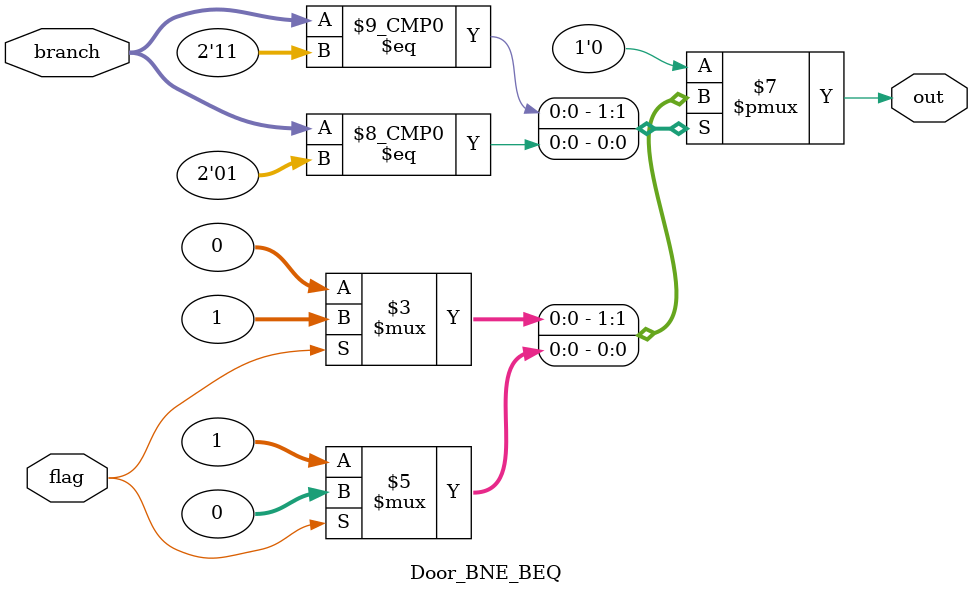
<source format=v>
module Door_BNE_BEQ (branch,flag,out); //substituto para porta AND na implementacao de bne e beq.
  input [1:0] branch; //00 para desativado, 11 para beq, 01 para bne;
  input flag;
  output reg out;
  always @ ( * ) begin
  case (branch)
    2'b00: out = 0;
    2'b11: out = (flag == 1) ? 1 : 0; //BEQ
    2'b01: out = (flag != 1) ? 1 : 0; //BNE
    default: out = 0;
  endcase
  end
endmodule //Door_BNE_BEQ

</source>
